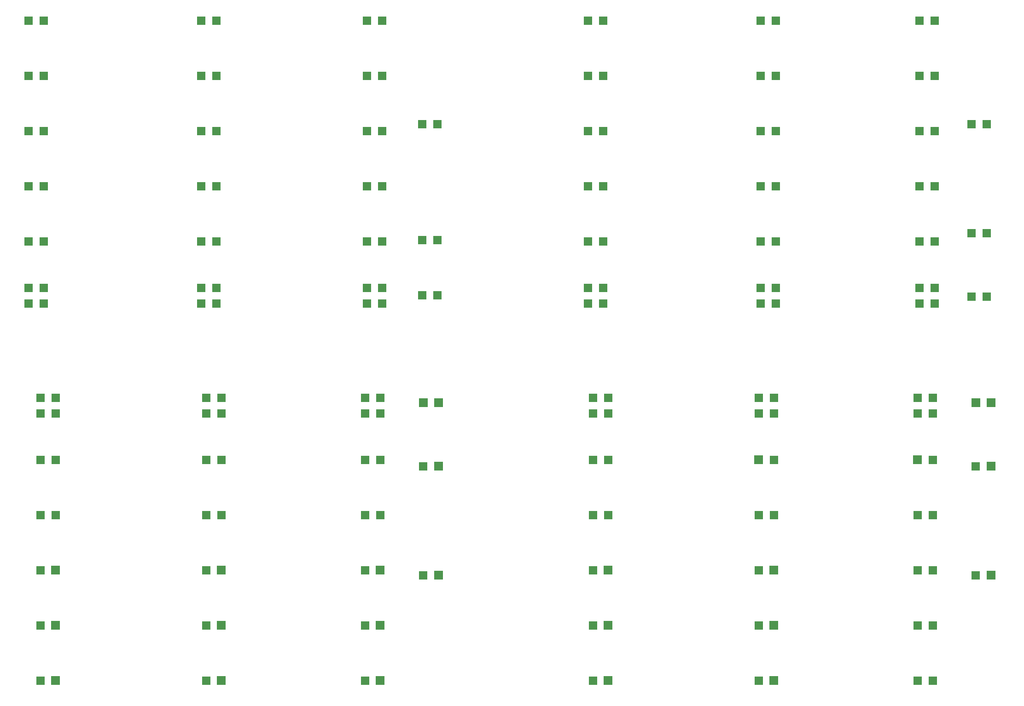
<source format=gbr>
%FSLAX34Y34*%
%MOMM*%
%LNSMDMASK_BOTTOM*%
G71*
G01*
%ADD10R, 1.600X1.600*%
%LPD*%
X314400Y-649875D02*
G54D10*
D03*
X286400Y-649875D02*
G54D10*
D03*
X314400Y-620665D02*
G54D10*
D03*
X286400Y-620665D02*
G54D10*
D03*
X314400Y-535575D02*
G54D10*
D03*
X286400Y-535575D02*
G54D10*
D03*
X314400Y-433975D02*
G54D10*
D03*
X286400Y-433975D02*
G54D10*
D03*
X314400Y-332375D02*
G54D10*
D03*
X286400Y-332375D02*
G54D10*
D03*
X314400Y-230775D02*
G54D10*
D03*
X286400Y-230775D02*
G54D10*
D03*
X314400Y-129175D02*
G54D10*
D03*
X286400Y-129175D02*
G54D10*
D03*
X631900Y-649875D02*
G54D10*
D03*
X603900Y-649875D02*
G54D10*
D03*
X631900Y-620665D02*
G54D10*
D03*
X603900Y-620665D02*
G54D10*
D03*
X631900Y-535575D02*
G54D10*
D03*
X603900Y-535575D02*
G54D10*
D03*
X631900Y-433975D02*
G54D10*
D03*
X603900Y-433975D02*
G54D10*
D03*
X631900Y-332375D02*
G54D10*
D03*
X603900Y-332375D02*
G54D10*
D03*
X631900Y-230775D02*
G54D10*
D03*
X603900Y-230775D02*
G54D10*
D03*
X631900Y-129175D02*
G54D10*
D03*
X603900Y-129175D02*
G54D10*
D03*
X936700Y-649875D02*
G54D10*
D03*
X908700Y-649875D02*
G54D10*
D03*
X936700Y-620665D02*
G54D10*
D03*
X908700Y-620665D02*
G54D10*
D03*
X936700Y-535575D02*
G54D10*
D03*
X908700Y-535575D02*
G54D10*
D03*
X936700Y-433975D02*
G54D10*
D03*
X908700Y-433975D02*
G54D10*
D03*
X936700Y-332375D02*
G54D10*
D03*
X908700Y-332375D02*
G54D10*
D03*
X936700Y-230775D02*
G54D10*
D03*
X908700Y-230775D02*
G54D10*
D03*
X936700Y-129175D02*
G54D10*
D03*
X908700Y-129175D02*
G54D10*
D03*
X1038300Y-319675D02*
G54D10*
D03*
X1010300Y-319675D02*
G54D10*
D03*
X1038300Y-533035D02*
G54D10*
D03*
X1010300Y-533035D02*
G54D10*
D03*
X1343100Y-649875D02*
G54D10*
D03*
X1315100Y-649875D02*
G54D10*
D03*
X1343100Y-620665D02*
G54D10*
D03*
X1315100Y-620665D02*
G54D10*
D03*
X1343100Y-535575D02*
G54D10*
D03*
X1315100Y-535575D02*
G54D10*
D03*
X1343100Y-433975D02*
G54D10*
D03*
X1315100Y-433975D02*
G54D10*
D03*
X1343100Y-332375D02*
G54D10*
D03*
X1315100Y-332375D02*
G54D10*
D03*
X1343100Y-230775D02*
G54D10*
D03*
X1315100Y-230775D02*
G54D10*
D03*
X1343100Y-129175D02*
G54D10*
D03*
X1315100Y-129175D02*
G54D10*
D03*
X1660600Y-649875D02*
G54D10*
D03*
X1632600Y-649875D02*
G54D10*
D03*
X1660600Y-620665D02*
G54D10*
D03*
X1632600Y-620665D02*
G54D10*
D03*
X1660600Y-535575D02*
G54D10*
D03*
X1632600Y-535575D02*
G54D10*
D03*
X1660600Y-433975D02*
G54D10*
D03*
X1632600Y-433975D02*
G54D10*
D03*
X1660600Y-332375D02*
G54D10*
D03*
X1632600Y-332375D02*
G54D10*
D03*
X1660600Y-230775D02*
G54D10*
D03*
X1632600Y-230775D02*
G54D10*
D03*
X1660600Y-129175D02*
G54D10*
D03*
X1632600Y-129175D02*
G54D10*
D03*
X1952700Y-649875D02*
G54D10*
D03*
X1924700Y-649875D02*
G54D10*
D03*
X1952700Y-620665D02*
G54D10*
D03*
X1924700Y-620665D02*
G54D10*
D03*
X1952700Y-535575D02*
G54D10*
D03*
X1924700Y-535575D02*
G54D10*
D03*
X1952700Y-433975D02*
G54D10*
D03*
X1924700Y-433975D02*
G54D10*
D03*
X1952700Y-332375D02*
G54D10*
D03*
X1924700Y-332375D02*
G54D10*
D03*
X1952700Y-230775D02*
G54D10*
D03*
X1924700Y-230775D02*
G54D10*
D03*
X1952700Y-129175D02*
G54D10*
D03*
X1924700Y-129175D02*
G54D10*
D03*
X2047950Y-319675D02*
G54D10*
D03*
X2019950Y-319675D02*
G54D10*
D03*
X2047950Y-520335D02*
G54D10*
D03*
X2019950Y-520335D02*
G54D10*
D03*
X2047950Y-637175D02*
G54D10*
D03*
X2019950Y-637175D02*
G54D10*
D03*
X1038300Y-634635D02*
G54D10*
D03*
X1010300Y-634635D02*
G54D10*
D03*
X1323920Y-822684D02*
G54D10*
D03*
X1351920Y-822684D02*
G54D10*
D03*
X1323920Y-851894D02*
G54D10*
D03*
X1351920Y-851894D02*
G54D10*
D03*
X1323920Y-936984D02*
G54D10*
D03*
X1351920Y-936984D02*
G54D10*
D03*
X1323920Y-1038584D02*
G54D10*
D03*
X1351920Y-1038584D02*
G54D10*
D03*
X1323920Y-1140184D02*
G54D10*
D03*
G36*
X1343920Y-1132184D02*
X1359920Y-1132184D01*
X1359920Y-1148184D01*
X1343920Y-1148184D01*
X1343920Y-1132184D01*
G37*
X1323920Y-1241784D02*
G54D10*
D03*
G36*
X1343920Y-1233784D02*
X1359920Y-1233784D01*
X1359920Y-1249784D01*
X1343920Y-1249784D01*
X1343920Y-1233784D01*
G37*
X1323920Y-1343384D02*
G54D10*
D03*
G36*
X1343920Y-1335384D02*
X1359920Y-1335384D01*
X1359920Y-1351384D01*
X1343920Y-1351384D01*
X1343920Y-1335384D01*
G37*
X1628720Y-822684D02*
G54D10*
D03*
X1656720Y-822684D02*
G54D10*
D03*
X1628720Y-851894D02*
G54D10*
D03*
X1656720Y-851894D02*
G54D10*
D03*
G36*
X1620720Y-928984D02*
X1636720Y-928984D01*
X1636720Y-944984D01*
X1620720Y-944984D01*
X1620720Y-928984D01*
G37*
X1656720Y-936984D02*
G54D10*
D03*
X1628720Y-1038584D02*
G54D10*
D03*
X1656720Y-1038584D02*
G54D10*
D03*
X1628720Y-1140184D02*
G54D10*
D03*
G36*
X1648720Y-1132184D02*
X1664720Y-1132184D01*
X1664720Y-1148184D01*
X1648720Y-1148184D01*
X1648720Y-1132184D01*
G37*
X1628720Y-1241784D02*
G54D10*
D03*
G36*
X1648720Y-1233784D02*
X1664720Y-1233784D01*
X1664720Y-1249784D01*
X1648720Y-1249784D01*
X1648720Y-1233784D01*
G37*
X1628720Y-1343384D02*
G54D10*
D03*
G36*
X1648720Y-1335384D02*
X1664720Y-1335384D01*
X1664720Y-1351384D01*
X1648720Y-1351384D01*
X1648720Y-1335384D01*
G37*
X1920820Y-822684D02*
G54D10*
D03*
X1948820Y-822684D02*
G54D10*
D03*
X1920820Y-851894D02*
G54D10*
D03*
X1948820Y-851894D02*
G54D10*
D03*
G36*
X1912820Y-928984D02*
X1928820Y-928984D01*
X1928820Y-944984D01*
X1912820Y-944984D01*
X1912820Y-928984D01*
G37*
X1948820Y-936984D02*
G54D10*
D03*
X1920820Y-1038584D02*
G54D10*
D03*
X1948820Y-1038584D02*
G54D10*
D03*
X1920820Y-1140184D02*
G54D10*
D03*
X1948820Y-1140184D02*
G54D10*
D03*
X1920820Y-1241784D02*
G54D10*
D03*
X1948820Y-1241784D02*
G54D10*
D03*
X1920820Y-1343384D02*
G54D10*
D03*
X1948820Y-1343384D02*
G54D10*
D03*
X2027778Y-1149699D02*
G54D10*
D03*
G36*
X2047778Y-1141700D02*
X2063778Y-1141699D01*
X2063778Y-1157699D01*
X2047778Y-1157700D01*
X2047778Y-1141700D01*
G37*
X2027778Y-949040D02*
G54D10*
D03*
G36*
X2047778Y-941040D02*
X2063778Y-941039D01*
X2063778Y-957039D01*
X2047778Y-957040D01*
X2047778Y-941040D01*
G37*
G36*
X2019778Y-824200D02*
X2035778Y-824199D01*
X2035778Y-840199D01*
X2019778Y-840200D01*
X2019778Y-824200D01*
G37*
G36*
X2047778Y-824200D02*
X2063778Y-824199D01*
X2063778Y-840199D01*
X2047778Y-840200D01*
X2047778Y-824200D01*
G37*
X307920Y-822684D02*
G54D10*
D03*
X335920Y-822684D02*
G54D10*
D03*
X307920Y-851894D02*
G54D10*
D03*
X335920Y-851894D02*
G54D10*
D03*
X307920Y-936984D02*
G54D10*
D03*
X335920Y-936984D02*
G54D10*
D03*
X307920Y-1038584D02*
G54D10*
D03*
X335920Y-1038584D02*
G54D10*
D03*
X307920Y-1140184D02*
G54D10*
D03*
G36*
X327920Y-1132184D02*
X343920Y-1132184D01*
X343920Y-1148184D01*
X327920Y-1148184D01*
X327920Y-1132184D01*
G37*
X307920Y-1241784D02*
G54D10*
D03*
G36*
X327920Y-1233784D02*
X343920Y-1233784D01*
X343920Y-1249784D01*
X327920Y-1249784D01*
X327920Y-1233784D01*
G37*
X307920Y-1343384D02*
G54D10*
D03*
G36*
X327920Y-1335384D02*
X343920Y-1335384D01*
X343920Y-1351384D01*
X327920Y-1351384D01*
X327920Y-1335384D01*
G37*
X612720Y-822684D02*
G54D10*
D03*
X640720Y-822684D02*
G54D10*
D03*
X612720Y-851894D02*
G54D10*
D03*
X640720Y-851894D02*
G54D10*
D03*
X612720Y-936984D02*
G54D10*
D03*
X640720Y-936984D02*
G54D10*
D03*
X612720Y-1038584D02*
G54D10*
D03*
X640720Y-1038584D02*
G54D10*
D03*
X612720Y-1140184D02*
G54D10*
D03*
G36*
X632720Y-1132184D02*
X648720Y-1132184D01*
X648720Y-1148184D01*
X632720Y-1148184D01*
X632720Y-1132184D01*
G37*
X612720Y-1241784D02*
G54D10*
D03*
G36*
X632720Y-1233784D02*
X648720Y-1233784D01*
X648720Y-1249784D01*
X632720Y-1249784D01*
X632720Y-1233784D01*
G37*
X612720Y-1343384D02*
G54D10*
D03*
G36*
X632720Y-1335384D02*
X648720Y-1335384D01*
X648720Y-1351384D01*
X632720Y-1351384D01*
X632720Y-1335384D01*
G37*
X904820Y-822684D02*
G54D10*
D03*
X932820Y-822684D02*
G54D10*
D03*
X904820Y-851894D02*
G54D10*
D03*
X932820Y-851894D02*
G54D10*
D03*
X904820Y-936984D02*
G54D10*
D03*
X932820Y-936984D02*
G54D10*
D03*
X904820Y-1038584D02*
G54D10*
D03*
X932820Y-1038584D02*
G54D10*
D03*
X904820Y-1140184D02*
G54D10*
D03*
G36*
X924820Y-1132184D02*
X940820Y-1132184D01*
X940820Y-1148184D01*
X924820Y-1148184D01*
X924820Y-1132184D01*
G37*
X904820Y-1241784D02*
G54D10*
D03*
G36*
X924820Y-1233784D02*
X940820Y-1233784D01*
X940820Y-1249784D01*
X924820Y-1249784D01*
X924820Y-1233784D01*
G37*
X904820Y-1343384D02*
G54D10*
D03*
G36*
X924820Y-1335384D02*
X940820Y-1335384D01*
X940820Y-1351384D01*
X924820Y-1351384D01*
X924820Y-1335384D01*
G37*
X1011778Y-1149699D02*
G54D10*
D03*
G36*
X1031778Y-1141700D02*
X1047778Y-1141699D01*
X1047778Y-1157699D01*
X1031778Y-1157700D01*
X1031778Y-1141700D01*
G37*
X1011778Y-949040D02*
G54D10*
D03*
G36*
X1031778Y-941040D02*
X1047778Y-941039D01*
X1047778Y-957039D01*
X1031778Y-957040D01*
X1031778Y-941040D01*
G37*
G36*
X1003778Y-824200D02*
X1019778Y-824199D01*
X1019778Y-840199D01*
X1003778Y-840200D01*
X1003778Y-824200D01*
G37*
G36*
X1031778Y-824200D02*
X1047778Y-824199D01*
X1047778Y-840199D01*
X1031778Y-840200D01*
X1031778Y-824200D01*
G37*
M02*

</source>
